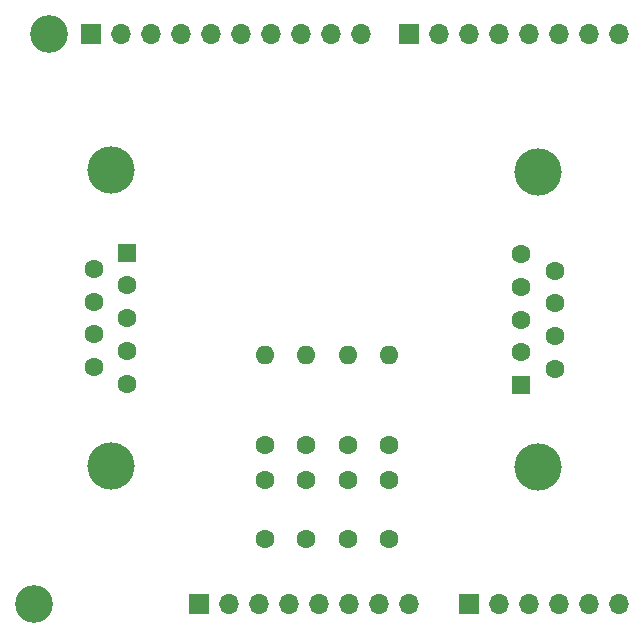
<source format=gbr>
%TF.GenerationSoftware,KiCad,Pcbnew,8.0.7*%
%TF.CreationDate,2025-05-28T21:32:16+01:00*%
%TF.ProjectId,ArduinoAtari,41726475-696e-46f4-9174-6172692e6b69,rev?*%
%TF.SameCoordinates,Original*%
%TF.FileFunction,Soldermask,Top*%
%TF.FilePolarity,Negative*%
%FSLAX46Y46*%
G04 Gerber Fmt 4.6, Leading zero omitted, Abs format (unit mm)*
G04 Created by KiCad (PCBNEW 8.0.7) date 2025-05-28 21:32:16*
%MOMM*%
%LPD*%
G01*
G04 APERTURE LIST*
%ADD10C,1.600000*%
%ADD11O,1.600000X1.600000*%
%ADD12R,1.700000X1.700000*%
%ADD13O,1.700000X1.700000*%
%ADD14C,4.000000*%
%ADD15R,1.600000X1.600000*%
%ADD16C,3.200000*%
G04 APERTURE END LIST*
D10*
%TO.C,R4*%
X144000000Y-84000000D03*
D11*
X144000000Y-76380000D03*
%TD*%
D10*
%TO.C,R3*%
X140500000Y-84000000D03*
D11*
X140500000Y-76380000D03*
%TD*%
D10*
%TO.C,R2*%
X137000000Y-84000000D03*
D11*
X137000000Y-76380000D03*
%TD*%
D10*
%TO.C,R1*%
X133500000Y-84000000D03*
D11*
X133500000Y-76380000D03*
%TD*%
D10*
%TO.C,C4*%
X144000000Y-87000000D03*
X144000000Y-92000000D03*
%TD*%
%TO.C,C3*%
X140500000Y-87000000D03*
X140500000Y-92000000D03*
%TD*%
%TO.C,C2*%
X133500000Y-87000000D03*
X133500000Y-92000000D03*
%TD*%
%TO.C,C1*%
X137000000Y-87000000D03*
X137000000Y-92000000D03*
%TD*%
D12*
%TO.C,J1*%
X127940000Y-97460000D03*
D13*
X130480000Y-97460000D03*
X133020000Y-97460000D03*
X135560000Y-97460000D03*
X138100000Y-97460000D03*
X140640000Y-97460000D03*
X143180000Y-97460000D03*
X145720000Y-97460000D03*
%TD*%
D12*
%TO.C,J3*%
X150800000Y-97460000D03*
D13*
X153340000Y-97460000D03*
X155880000Y-97460000D03*
X158420000Y-97460000D03*
X160960000Y-97460000D03*
X163500000Y-97460000D03*
%TD*%
D12*
%TO.C,J2*%
X118796000Y-49200000D03*
D13*
X121336000Y-49200000D03*
X123876000Y-49200000D03*
X126416000Y-49200000D03*
X128956000Y-49200000D03*
X131496000Y-49200000D03*
X134036000Y-49200000D03*
X136576000Y-49200000D03*
X139116000Y-49200000D03*
X141656000Y-49200000D03*
%TD*%
D12*
%TO.C,J4*%
X145720000Y-49200000D03*
D13*
X148260000Y-49200000D03*
X150800000Y-49200000D03*
X153340000Y-49200000D03*
X155880000Y-49200000D03*
X158420000Y-49200000D03*
X160960000Y-49200000D03*
X163500000Y-49200000D03*
%TD*%
D14*
%TO.C,J5*%
X120440000Y-60760000D03*
X120440000Y-85760000D03*
D15*
X121860000Y-67720000D03*
D10*
X121860000Y-70490000D03*
X121860000Y-73260000D03*
X121860000Y-76030000D03*
X121860000Y-78800000D03*
X119020000Y-69105000D03*
X119020000Y-71875000D03*
X119020000Y-74645000D03*
X119020000Y-77415000D03*
%TD*%
D16*
%TO.C,MH1*%
X115240000Y-49200000D03*
%TD*%
D14*
%TO.C,J6*%
X156600000Y-85900000D03*
X156600000Y-60900000D03*
D15*
X155180000Y-78940000D03*
D10*
X155180000Y-76170000D03*
X155180000Y-73400000D03*
X155180000Y-70630000D03*
X155180000Y-67860000D03*
X158020000Y-77555000D03*
X158020000Y-74785000D03*
X158020000Y-72015000D03*
X158020000Y-69245000D03*
%TD*%
D16*
%TO.C,MH2*%
X113970000Y-97460000D03*
%TD*%
M02*

</source>
